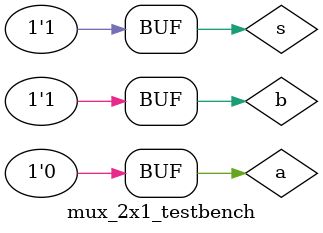
<source format=v>
`define DELAY 20

module mux_2x1_testbench();

reg a, b, s;
wire returnVal;

mux_2x1 myMux(a, b, s, returnVal);

initial begin

a = 1'b0; b = 1'b1; 
s = 1'b0;
#`DELAY;

a = 1'b1; b = 1'b0; 
s = 1'b1;
#`DELAY;

a = 1'b0; b = 1'b1; 
s = 1'b1;
#`DELAY;

end



initial begin
$monitor("time = %2d, a =%1b, b=%1b, s=%1b, returnVal=%1b", $time, a, b, s, returnVal);
end

endmodule

</source>
